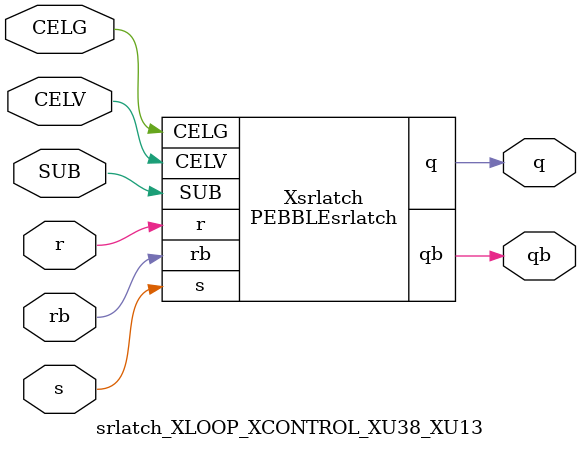
<source format=v>



module PEBBLEsrlatch ( q, qb, CELG, CELV, SUB, r, rb, s );

  input CELV;
  input s;
  output q;
  input rb;
  input r;
  input SUB;
  input CELG;
  output qb;
endmodule

//Celera Confidential Do Not Copy srlatch_XLOOP_XCONTROL_XU38_XU13
//Celera Confidential Symbol Generator
//SR Latch
module srlatch_XLOOP_XCONTROL_XU38_XU13 (CELV,CELG,s,r,rb,q,qb,SUB);
input CELV;
input CELG;
input s;
input r;
input rb;
input SUB;
output q;
output qb;

//Celera Confidential Do Not Copy srlatch
PEBBLEsrlatch Xsrlatch(
.CELV (CELV),
.r (r),
.s (s),
.q (q),
.qb (qb),
.rb (rb),
.SUB (SUB),
.CELG (CELG)
);
//,diesize,PEBBLEsrlatch

//Celera Confidential Do Not Copy Module End
//Celera Schematic Generator
endmodule

</source>
